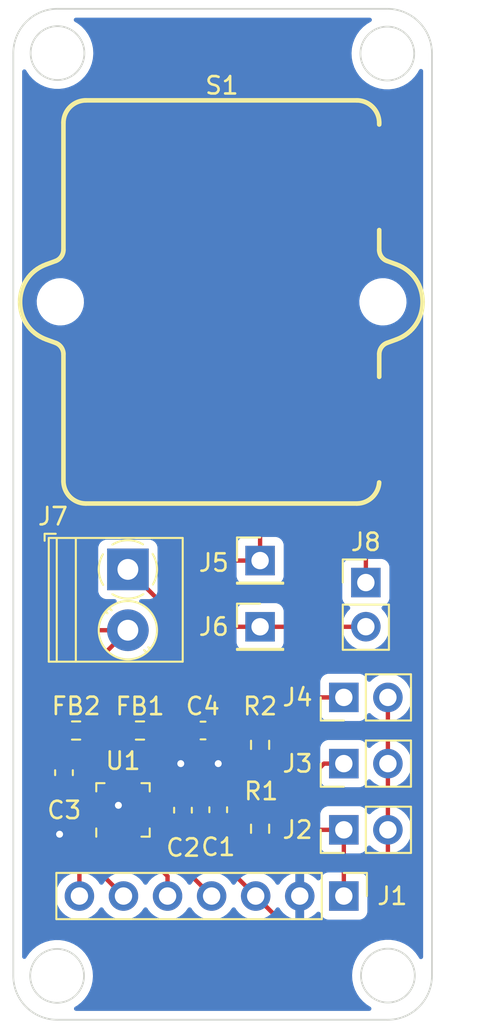
<source format=kicad_pcb>
(kicad_pcb (version 20221018) (generator pcbnew)
  (layers (0 "F.Cu" signal) (31 "B.Cu" signal) (34 "B.Paste" user) (35 "F.Paste" user) (36 "B.SilkS" user "B.Silkscreen") (37 "F.SilkS" user "F.Silkscreen") (38 "B.Mask" user) (39 "F.Mask" user) (44 "Edge.Cuts" user))
  (net 0 "")
  (net 1 "+3.3V")
  (net 2 "GND")
  (net 3 "Net-(C3-Pad1)")
  (net 4 "Net-(C4-Pad1)")
  (net 5 "Net-(FB1-Pad1)")
  (net 6 "Net-(FB2-Pad1)")
  (net 7 "/SD_MODE")
  (net 8 "/GAIN")
  (net 9 "/DIN")
  (net 10 "/BCLK")
  (net 11 "/LRCLK")
  (net 12 "Net-(J3-Pad1)")
  (net 13 "Net-(J4-Pad1)")
  (net 14 "Net-(J8-Pad1)")
  (footprint "Connector_PinHeader_2.54mm:PinHeader_1x07_P2.54mm_Vertical" (layer "F.Cu") (at 146.304 119.126 -90)
    (fp_text reference "J1" (at 0 -2.794 180) (layer "F.SilkS"))
    (fp_text value "Conn_01x07_Male")
    (pad "1" thru_hole rect (at 0 0 270) (size 1.7 1.7) (drill 1) (layers "*.Cu" "*.Mask") (net 1 "+3.3V"))
    (pad "2" thru_hole oval (at 0 2.54 270) (size 1.7 1.7) (drill 1) (layers "*.Cu" "*.Mask") (net 2 "GND"))
    (pad "3" thru_hole oval (at 0 5.08 270) (size 1.7 1.7) (drill 1) (layers "*.Cu" "*.Mask") (net 7 "/SD_MODE"))
    (pad "4" thru_hole oval (at 0 7.62 270) (size 1.7 1.7) (drill 1) (layers "*.Cu" "*.Mask") (net 8 "/GAIN"))
    (pad "5" thru_hole oval (at 0 10.16 270) (size 1.7 1.7) (drill 1) (layers "*.Cu" "*.Mask") (net 9 "/DIN"))
    (pad "6" thru_hole oval (at 0 12.7 270) (size 1.7 1.7) (drill 1) (layers "*.Cu" "*.Mask") (net 10 "/BCLK"))
    (pad "7" thru_hole oval (at 0 15.24 270) (size 1.7 1.7) (drill 1) (layers "*.Cu" "*.Mask") (net 11 "/LRCLK"))
  )
  (footprint "Capacitor_SMD:C_0603_1608Metric" (layer "F.Cu") (at 138.189 109.601)
    (fp_text reference "C4" (at -0.013 -1.397 180) (layer "F.SilkS"))
    (fp_text value "220pf")
    (pad "1" smd roundrect (at -0.775 0) (size 0.9 0.95) (layers "F.Cu" "F.Paste" "F.Mask") (net 4 "Net-(C4-Pad1)"))
    (pad "2" smd roundrect (at 0.775 0) (size 0.9 0.95) (layers "F.Cu" "F.Paste" "F.Mask") (net 2 "GND"))
  )
  (footprint "Connector_PinHeader_2.54mm:PinHeader_1x01_P2.54mm_Vertical" (layer "F.Cu") (at 141.478 103.632)
    (fp_text reference "J6" (at -2.667 0) (layer "F.SilkS"))
    (fp_text value "Conn_01x01_Male")
    (pad "1" thru_hole rect (at 0 0) (size 1.7 1.7) (drill 1) (layers "*.Cu" "*.Mask") (net 4 "Net-(C4-Pad1)"))
  )
  (footprint "Resistor_SMD:R_0603_1608Metric" (layer "F.Cu") (at 141.478 110.427 90)
    (fp_text reference "R2" (at 2.222 0 180) (layer "F.SilkS"))
    (fp_text value "680k")
    (pad "1" smd roundrect (at -0.825 0 90) (size 0.8 0.95) (layers "F.Cu" "F.Paste" "F.Mask") (net 1 "+3.3V"))
    (pad "2" smd roundrect (at 0.825 0 90) (size 0.8 0.95) (layers "F.Cu" "F.Paste" "F.Mask") (net 13 "Net-(J4-Pad1)"))
  )
  (footprint "Capacitor_SMD:C_0603_1608Metric" (layer "F.Cu") (at 139.065 114.16 90)
    (fp_text reference "C1" (at -2.146 0) (layer "F.SilkS"))
    (fp_text value "10uF")
    (pad "1" smd roundrect (at -0.775 0 90) (size 0.9 0.95) (layers "F.Cu" "F.Paste" "F.Mask") (net 1 "+3.3V"))
    (pad "2" smd roundrect (at 0.775 0 90) (size 0.9 0.95) (layers "F.Cu" "F.Paste" "F.Mask") (net 2 "GND"))
  )
  (footprint "Connector_PinHeader_2.54mm:PinHeader_1x02_P2.54mm_Vertical" (layer "F.Cu") (at 146.304 111.506 90)
    (fp_text reference "J3" (at 0 -2.667 180) (layer "F.SilkS"))
    (fp_text value "Conn_01x02_Male")
    (pad "1" thru_hole rect (at 0 0 90) (size 1.7 1.7) (drill 1) (layers "*.Cu" "*.Mask") (net 12 "Net-(J3-Pad1)"))
    (pad "2" thru_hole oval (at 0 2.54 90) (size 1.7 1.7) (drill 1) (layers "*.Cu" "*.Mask") (net 7 "/SD_MODE"))
  )
  (footprint "TerminalBlock_Phoenix:TerminalBlock_Phoenix_PT-1,5-2-3.5-H_1x02_P3.50mm_Horizontal" (layer "F.Cu") (at 133.858 100.33 -90)
    (fp_text reference "J7" (at -3.048 4.318 180) (layer "F.SilkS"))
    (fp_text value "Screw_Terminal_01x02")
    (pad "1" thru_hole rect (at 0 0 270) (size 2.4 2.4) (drill 1.2) (layers "*.Cu" "*.Mask") (net 4 "Net-(C4-Pad1)"))
    (pad "2" thru_hole circle (at 3.5 0 270) (size 2.4 2.4) (drill 1.2) (layers "*.Cu" "*.Mask") (net 3 "Net-(C3-Pad1)"))
  )
  (footprint "Resistor_SMD:R_0603_1608Metric" (layer "F.Cu") (at 141.478 115.253 90)
    (fp_text reference "R1" (at 2.159 0.063 180) (layer "F.SilkS"))
    (fp_text value "200k")
    (pad "1" smd roundrect (at -0.825 0 90) (size 0.8 0.95) (layers "F.Cu" "F.Paste" "F.Mask") (net 1 "+3.3V"))
    (pad "2" smd roundrect (at 0.825 0 90) (size 0.8 0.95) (layers "F.Cu" "F.Paste" "F.Mask") (net 12 "Net-(J3-Pad1)"))
  )
  (footprint "project:AS01808AO-mount" (layer "F.Cu") (at 139.274 84.932)
    (fp_text reference "S1" (at 0 -12.446 unlocked) (layer "F.SilkS"))
    (fp_text value "AS01808AO-mount")
    (pad "" np_thru_hole circle (at -9.3098 -0.000008) (size 1.7 1.7) (drill 1.7) (layers "F&B.Cu" "*.Mask"))
    (pad "" np_thru_hole circle (at 9.283 -0.000008) (size 1.7 1.7) (drill 1.7) (layers "F&B.Cu" "*.Mask"))
    (pad "1" smd roundrect (at 7.4 -8.3) (size 5 1.6) (layers "F.Cu" "F.Paste" "F.Mask") (net 14 "Net-(J8-Pad1)"))
    (pad "2" smd roundrect (at 7.4 8.3) (size 5 1.6) (layers "F.Cu" "F.Paste" "F.Mask") (roundrect_rratio 0.2) (net 3 "Net-(C3-Pad1)"))
  )
  (footprint "project:MAX98357-TQFN16-T1633+4" (layer "F.Cu") (at 133.576 114.17)
    (fp_text reference "U1" (at 0 -2.82) (layer "F.SilkS"))
    (fp_text value "MAX98357")
    (pad "1" smd roundrect (at -0.765 1.425 90) (size 0.8 0.3) (layers "F.Cu" "F.Paste" "F.Mask") (net 9 "/DIN"))
    (pad "2" smd roundrect (at -0.265 1.425 90) (size 0.8 0.3) (layers "F.Cu" "F.Paste" "F.Mask") (net 8 "/GAIN"))
    (pad "3" smd roundrect (at 0.235 1.425 90) (size 0.8 0.3) (layers "F.Cu" "F.Paste" "F.Mask") (net 2 "GND"))
    (pad "4" smd roundrect (at 0.765 1.425 90) (size 0.8 0.3) (layers "F.Cu" "F.Paste" "F.Mask") (net 7 "/SD_MODE"))
    (pad "5" smd roundrect (at 1.425 0.765 90) (size 0.3 0.8) (layers "F.Cu" "F.Paste" "F.Mask"))
    (pad "6" smd roundrect (at 1.425 0.265 90) (size 0.3 0.8) (layers "F.Cu" "F.Paste" "F.Mask"))
    (pad "7" smd roundrect (at 1.425 -0.235 90) (size 0.3 0.8) (layers "F.Cu" "F.Paste" "F.Mask") (net 1 "+3.3V"))
    (pad "8" smd roundrect (at 1.425 -0.765 90) (size 0.3 0.8) (layers "F.Cu" "F.Paste" "F.Mask") (net 1 "+3.3V"))
    (pad "9" smd roundrect (at 0.765 -1.425 90) (size 0.8 0.3) (layers "F.Cu" "F.Paste" "F.Mask") (net 5 "Net-(FB1-Pad1)"))
    (pad "10" smd roundrect (at 0.235 -1.425 90) (size 0.8 0.3) (layers "F.Cu" "F.Paste" "F.Mask") (net 6 "Net-(FB2-Pad1)"))
    (pad "11" smd roundrect (at -0.265 -1.425 90) (size 0.8 0.3) (layers "F.Cu" "F.Paste" "F.Mask") (net 2 "GND"))
    (pad "12" smd roundrect (at -0.765 -1.425 90) (size 0.8 0.3) (layers "F.Cu" "F.Paste" "F.Mask"))
    (pad "13" smd roundrect (at -1.425 -0.765 90) (size 0.3 0.8) (layers "F.Cu" "F.Paste" "F.Mask"))
    (pad "14" smd roundrect (at -1.425 -0.235 90) (size 0.3 0.8) (layers "F.Cu" "F.Paste" "F.Mask") (net 11 "/LRCLK"))
    (pad "15" smd roundrect (at -1.425 0.265 90) (size 0.3 0.8) (layers "F.Cu" "F.Paste" "F.Mask") (net 2 "GND"))
    (pad "16" smd roundrect (at -1.425 0.765 90) (size 0.3 0.8) (layers "F.Cu" "F.Paste" "F.Mask") (net 10 "/BCLK"))
    (pad "17" smd rect (at 0 0 90) (size 1.23 1.23) (layers "F.Cu" "F.Mask") (net 2 "GND"))
  )
  (footprint "Connector_PinHeader_2.54mm:PinHeader_1x01_P2.54mm_Vertical" (layer "F.Cu") (at 141.478 99.822)
    (fp_text reference "J5" (at -2.667 0.127) (layer "F.SilkS"))
    (fp_text value "Conn_01x01_Male")
    (pad "1" thru_hole rect (at 0 0) (size 1.7 1.7) (drill 1) (layers "*.Cu" "*.Mask") (net 3 "Net-(C3-Pad1)"))
  )
  (footprint "Capacitor_SMD:C_0603_1608Metric" (layer "F.Cu") (at 137.033 114.186 90)
    (fp_text reference "C2" (at -2.159 0.013) (layer "F.SilkS"))
    (fp_text value "0.1uF")
    (pad "1" smd roundrect (at -0.775 0 90) (size 0.9 0.95) (layers "F.Cu" "F.Paste" "F.Mask") (net 1 "+3.3V"))
    (pad "2" smd roundrect (at 0.775 0 90) (size 0.9 0.95) (layers "F.Cu" "F.Paste" "F.Mask") (net 2 "GND"))
  )
  (footprint "Resistor_SMD:R_0603_1608Metric" (layer "F.Cu") (at 130.874 109.601 180)
    (fp_text reference "FB2" (at 0 1.406824) (layer "F.SilkS"))
    (fp_text value "FerriteBead")
    (pad "1" smd roundrect (at -0.825 0 180) (size 0.8 0.95) (layers "F.Cu" "F.Paste" "F.Mask") (net 6 "Net-(FB2-Pad1)"))
    (pad "2" smd roundrect (at 0.825 0 180) (size 0.8 0.95) (layers "F.Cu" "F.Paste" "F.Mask") (net 3 "Net-(C3-Pad1)"))
  )
  (footprint "Connector_PinHeader_2.54mm:PinHeader_1x02_P2.54mm_Vertical" (layer "F.Cu") (at 146.304 115.316 90)
    (fp_text reference "J2" (at 0 -2.667) (layer "F.SilkS"))
    (fp_text value "Conn_01x02_Male")
    (pad "1" thru_hole rect (at 0 0 90) (size 1.7 1.7) (drill 1) (layers "*.Cu" "*.Mask") (net 1 "+3.3V"))
    (pad "2" thru_hole oval (at 0 2.54 90) (size 1.7 1.7) (drill 1) (layers "*.Cu" "*.Mask") (net 7 "/SD_MODE"))
  )
  (footprint "Capacitor_SMD:C_0603_1608Metric" (layer "F.Cu") (at 130.175 112.027 -90)
    (fp_text reference "C3" (at 2.159 -0.013 180) (layer "F.SilkS"))
    (fp_text value "220pF")
    (pad "1" smd roundrect (at -0.775 0 270) (size 0.9 0.95) (layers "F.Cu" "F.Paste" "F.Mask") (net 3 "Net-(C3-Pad1)"))
    (pad "2" smd roundrect (at 0.775 0 270) (size 0.9 0.95) (layers "F.Cu" "F.Paste" "F.Mask") (net 2 "GND"))
  )
  (footprint "Resistor_SMD:R_0603_1608Metric" (layer "F.Cu") (at 134.556 109.601)
    (fp_text reference "FB1" (at 0 -1.397 180) (layer "F.SilkS"))
    (fp_text value "FerriteBead")
    (pad "1" smd roundrect (at -0.825 0) (size 0.8 0.95) (layers "F.Cu" "F.Paste" "F.Mask") (net 5 "Net-(FB1-Pad1)"))
    (pad "2" smd roundrect (at 0.825 0) (size 0.8 0.95) (layers "F.Cu" "F.Paste" "F.Mask") (net 4 "Net-(C4-Pad1)"))
  )
  (footprint "Connector_PinHeader_2.54mm:PinHeader_1x02_P2.54mm_Vertical" (layer "F.Cu") (at 147.574 101.087)
    (fp_text reference "J8" (at 0 -2.33) (layer "F.SilkS"))
    (fp_text value "Conn_01x02_Male")
    (pad "1" thru_hole rect (at 0 0) (size 1.7 1.7) (drill 1) (layers "*.Cu" "*.Mask") (net 14 "Net-(J8-Pad1)"))
    (pad "2" thru_hole oval (at 0 2.54) (size 1.7 1.7) (drill 1) (layers "*.Cu" "*.Mask") (net 4 "Net-(C4-Pad1)"))
  )
  (footprint "Connector_PinHeader_2.54mm:PinHeader_1x02_P2.54mm_Vertical" (layer "F.Cu") (at 146.304 107.696 90)
    (fp_text reference "J4" (at 0 -2.667 180) (layer "F.SilkS"))
    (fp_text value "Conn_01x02_Male")
    (pad "1" thru_hole rect (at 0 0 90) (size 1.7 1.7) (drill 1) (layers "*.Cu" "*.Mask") (net 13 "Net-(J4-Pad1)"))
    (pad "2" thru_hole oval (at 0 2.54 90) (size 1.7 1.7) (drill 1) (layers "*.Cu" "*.Mask") (net 7 "/SD_MODE"))
  )
  (gr_arc (start 127.254272 70.618817) (mid 127.997706 68.820439) (end 129.794 68.072) (stroke (width 0.1)) (layer "Edge.Cuts"))
  (gr_line (start 127.254272 70.618817) (end 127.254 123.704592) (stroke (width 0.1)) (layer "Edge.Cuts"))
  (gr_arc (start 129.794 126.244592) (mid 127.993497 125.505097) (end 127.254 123.704592) (stroke (width 0.1)) (layer "Edge.Cuts"))
  (gr_line (start 148.81804 68.072) (end 129.794 68.072) (stroke (width 0.1)) (layer "Edge.Cuts"))
  (gr_line (start 151.384272 70.618817) (end 151.384 123.704592) (stroke (width 0.1)) (layer "Edge.Cuts"))
  (gr_line (start 129.794 126.244592) (end 148.844 126.244592) (stroke (width 0.1)) (layer "Edge.Cuts"))
  (gr_circle (center 129.7789 123.719692) (end 131.0489 124.608692) (stroke (width 0.1)) (fill none) (layer "Edge.Cuts"))
  (gr_circle (center 148.844 123.704592) (end 150.114 124.593592) (stroke (width 0.1)) (fill none) (layer "Edge.Cuts"))
  (gr_arc (start 151.384 123.704592) (mid 150.640054 125.500648) (end 148.844 126.244592) (stroke (width 0.1)) (layer "Edge.Cuts"))
  (gr_circle (center 148.811116 70.645281) (end 150.081116 71.534281) (stroke (width 0.1)) (fill none) (layer "Edge.Cuts"))
  (gr_arc (start 148.81804 68.072) (mid 150.623782 68.818799) (end 151.384272 70.618817) (stroke (width 0.1)) (layer "Edge.Cuts"))
  (gr_circle (center 129.801098 70.618817) (end 131.071098 71.507817) (stroke (width 0.1)) (fill none) (layer "Edge.Cuts"))
  (segment (start 135.001 113.405) (end 135.001 113.935) (width 0.25) (layer "F.Cu") (net 1))
  (segment (start 140.208 116.078) (end 141.478 116.078) (width 0.25) (layer "F.Cu") (net 1))
  (segment (start 146.304 115.316) (end 146.304 119.126) (width 0.25) (layer "F.Cu") (net 1))
  (segment (start 143.383 116.078) (end 144.145 115.316) (width 0.25) (layer "F.Cu") (net 1))
  (segment (start 139.065 114.935) (end 140.208 116.078) (width 0.25) (layer "F.Cu") (net 1))
  (segment (start 141.478 116.078) (end 143.383 116.078) (width 0.25) (layer "F.Cu") (net 1))
  (segment (start 137.033 114.961) (end 139.039 114.961) (width 0.25) (layer "F.Cu") (net 1))
  (segment (start 136.551 114.961) (end 137.033 114.961) (width 0.25) (layer "F.Cu") (net 1))
  (segment (start 135.525 113.935) (end 136.551 114.961) (width 0.25) (layer "F.Cu") (net 1))
  (segment (start 144.145 115.316) (end 146.304 115.316) (width 0.25) (layer "F.Cu") (net 1))
  (segment (start 140.208 112.522) (end 140.208 114.808) (width 0.25) (layer "F.Cu") (net 1))
  (segment (start 135.001 113.935) (end 135.525 113.935) (width 0.25) (layer "F.Cu") (net 1))
  (segment (start 140.208 114.808) (end 141.478 116.078) (width 0.25) (layer "F.Cu") (net 1))
  (segment (start 141.478 111.252) (end 140.208 112.522) (width 0.25) (layer "F.Cu") (net 1))
  (segment (start 130.911 112.802) (end 130.175 112.802) (width 0.25) (layer "F.Cu") (net 2))
  (segment (start 131.445 111.633) (end 131.191 111.887) (width 0.25) (layer "F.Cu") (net 2))
  (segment (start 133.311 112.745) (end 133.311 112.229) (width 0.25) (layer "F.Cu") (net 2))
  (segment (start 133.311 112.745) (end 133.311 113.905) (width 0.25) (layer "F.Cu") (net 2))
  (segment (start 133.811 115.595) (end 133.811 114.405) (width 0.25) (layer "F.Cu") (net 2))
  (segment (start 133.311 112.229) (end 132.715 111.633) (width 0.25) (layer "F.Cu") (net 2))
  (segment (start 131.191 111.887) (end 131.191 112.522) (width 0.25) (layer "F.Cu") (net 2))
  (segment (start 132.715 111.633) (end 131.445 111.633) (width 0.25) (layer "F.Cu") (net 2))
  (segment (start 132.151 114.435) (end 133.311 114.435) (width 0.25) (layer "F.Cu") (net 2))
  (segment (start 131.191 112.522) (end 130.911 112.802) (width 0.25) (layer "F.Cu") (net 2))
  (via (at 129.921 115.57) (size 0.8) (drill 0.4) (layers "F.Cu" "B.Cu") (net 2))
  (via (at 133.311 113.905) (size 0.8) (drill 0.4) (layers "F.Cu" "B.Cu") (net 2))
  (via (at 139.065 111.506) (size 0.8) (drill 0.4) (layers "F.Cu" "B.Cu") (net 2))
  (via (at 136.906 111.506) (size 0.8) (drill 0.4) (layers "F.Cu" "B.Cu") (net 2))
  (segment (start 130.049 107.639) (end 133.858 103.83) (width 0.25) (layer "F.Cu") (net 3))
  (segment (start 137.922 97.79) (end 132.588 97.79) (width 0.25) (layer "F.Cu") (net 3))
  (segment (start 132.024 103.83) (end 133.858 103.83) (width 0.25) (layer "F.Cu") (net 3))
  (segment (start 132.588 97.79) (end 130.556 99.822) (width 0.25) (layer "F.Cu") (net 3))
  (segment (start 141.478 99.822) (end 139.954 99.822) (width 0.25) (layer "F.Cu") (net 3))
  (segment (start 130.049 109.601) (end 130.049 107.639) (width 0.25) (layer "F.Cu") (net 3))
  (segment (start 143.51 93.218) (end 146.66 93.218) (width 0.25) (layer "F.Cu") (net 3))
  (segment (start 139.954 99.822) (end 137.922 97.79) (width 0.25) (layer "F.Cu") (net 3))
  (segment (start 130.556 102.362) (end 132.024 103.83) (width 0.25) (layer "F.Cu") (net 3))
  (segment (start 141.478 99.822) (end 141.478 95.25) (width 0.25) (layer "F.Cu") (net 3))
  (segment (start 130.049 109.601) (end 130.049 111.126) (width 0.25) (layer "F.Cu") (net 3))
  (segment (start 130.556 99.822) (end 130.556 102.362) (width 0.25) (layer "F.Cu") (net 3))
  (segment (start 141.478 95.25) (end 143.51 93.218) (width 0.25) (layer "F.Cu") (net 3))
  (segment (start 137.414 105.156) (end 138.938 103.632) (width 0.25) (layer "F.Cu") (net 4))
  (segment (start 137.414 103.886) (end 137.414 109.601) (width 0.25) (layer "F.Cu") (net 4))
  (segment (start 135.381 109.601) (end 137.414 109.601) (width 0.25) (layer "F.Cu") (net 4))
  (segment (start 133.858 100.33) (end 137.414 103.886) (width 0.25) (layer "F.Cu") (net 4))
  (segment (start 141.478 103.632) (end 147.569 103.632) (width 0.25) (layer "F.Cu") (net 4))
  (segment (start 138.938 103.632) (end 141.478 103.632) (width 0.25) (layer "F.Cu") (net 4))
  (segment (start 137.414 109.601) (end 137.414 105.156) (width 0.25) (layer "F.Cu") (net 4))
  (segment (start 134.341 111.608) (end 134.341 112.745) (width 0.25) (layer "F.Cu") (net 5))
  (segment (start 133.731 110.998) (end 134.341 111.608) (width 0.25) (layer "F.Cu") (net 5))
  (segment (start 133.731 109.601) (end 133.731 110.998) (width 0.25) (layer "F.Cu") (net 5))
  (segment (start 131.953 110.998) (end 131.699 110.744) (width 0.25) (layer "F.Cu") (net 6))
  (segment (start 133.811 111.967) (end 132.842 110.998) (width 0.25) (layer "F.Cu") (net 6))
  (segment (start 131.699 110.744) (end 131.699 109.601) (width 0.25) (layer "F.Cu") (net 6))
  (segment (start 132.842 110.998) (end 131.953 110.998) (width 0.25) (layer "F.Cu") (net 6))
  (segment (start 133.811 112.745) (end 133.811 111.967) (width 0.25) (layer "F.Cu") (net 6))
  (segment (start 148.844 119.507) (end 148.844 115.316) (width 0.25) (layer "F.Cu") (net 7))
  (segment (start 138.673 116.575) (end 141.224 119.126) (width 0.25) (layer "F.Cu") (net 7))
  (segment (start 141.224 119.126) (end 142.748 120.65) (width 0.25) (layer "F.Cu") (net 7))
  (segment (start 148.844 115.316) (end 148.844 111.506) (width 0.25) (layer "F.Cu") (net 7))
  (segment (start 134.341 115.595) (end 134.341 116.053) (width 0.25) (layer "F.Cu") (net 7))
  (segment (start 134.863 116.575) (end 138.673 116.575) (width 0.25) (layer "F.Cu") (net 7))
  (segment (start 134.341 116.053) (end 134.863 116.575) (width 0.25) (layer "F.Cu") (net 7))
  (segment (start 147.701 120.65) (end 148.844 119.507) (width 0.25) (layer "F.Cu") (net 7))
  (segment (start 148.844 111.506) (end 148.844 107.696) (width 0.25) (layer "F.Cu") (net 7))
  (segment (start 142.748 120.65) (end 147.701 120.65) (width 0.25) (layer "F.Cu") (net 7))
  (segment (start 133.311 116.351) (end 133.985 117.025) (width 0.25) (layer "F.Cu") (net 8))
  (segment (start 133.985 117.025) (end 136.583 117.025) (width 0.25) (layer "F.Cu") (net 8))
  (segment (start 133.311 115.595) (end 133.311 116.351) (width 0.25) (layer "F.Cu") (net 8))
  (segment (start 136.583 117.025) (end 138.684 119.126) (width 0.25) (layer "F.Cu") (net 8))
  (segment (start 136.144 117.983) (end 136.144 119.126) (width 0.25) (layer "F.Cu") (net 9))
  (segment (start 133.477 117.475) (end 135.636 117.475) (width 0.25) (layer "F.Cu") (net 9))
  (segment (start 132.811 116.809) (end 133.477 117.475) (width 0.25) (layer "F.Cu") (net 9))
  (segment (start 135.636 117.475) (end 136.144 117.983) (width 0.25) (layer "F.Cu") (net 9))
  (segment (start 132.811 115.595) (end 132.811 116.809) (width 0.25) (layer "F.Cu") (net 9))
  (segment (start 131.641 114.935) (end 132.151 114.935) (width 0.25) (layer "F.Cu") (net 10))
  (segment (start 131.514 115.062) (end 131.641 114.935) (width 0.25) (layer "F.Cu") (net 10))
  (segment (start 133.604 119.126) (end 131.514 117.036) (width 0.25) (layer "F.Cu") (net 10))
  (segment (start 131.514 117.036) (end 131.514 115.062) (width 0.25) (layer "F.Cu") (net 10))
  (segment (start 131.064 119.126) (end 131.064 114.556315) (width 0.25) (layer "F.Cu") (net 11))
  (segment (start 131.064 114.556315) (end 131.685315 113.935) (width 0.25) (layer "F.Cu") (net 11))
  (segment (start 131.685315 113.935) (end 132.151 113.935) (width 0.25) (layer "F.Cu") (net 11))
  (segment (start 141.478 114.428) (end 142.239 114.428) (width 0.25) (layer "F.Cu") (net 12))
  (segment (start 142.239 114.428) (end 145.161 111.506) (width 0.25) (layer "F.Cu") (net 12))
  (segment (start 145.161 111.506) (end 146.304 111.506) (width 0.25) (layer "F.Cu") (net 12))
  (segment (start 144.78 107.696) (end 146.304 107.696) (width 0.25) (layer "F.Cu") (net 13))
  (segment (start 141.478 109.602) (end 142.874 109.602) (width 0.25) (layer "F.Cu") (net 13))
  (segment (start 142.874 109.602) (end 144.78 107.696) (width 0.25) (layer "F.Cu") (net 13))
  (segment (start 147.574 101.087) (end 147.574 99.06) (width 0.25) (layer "F.Cu") (net 14))
  (segment (start 142.494 80.112) (end 145.974 76.632) (width 0.25) (layer "F.Cu") (net 14))
  (segment (start 150.368 90.17) (end 148.336 88.138) (width 0.25) (layer "F.Cu") (net 14))
  (segment (start 145.034 88.138) (end 142.494 85.598) (width 0.25) (layer "F.Cu") (net 14))
  (segment (start 142.494 85.598) (end 142.494 80.112) (width 0.25) (layer "F.Cu") (net 14))
  (segment (start 150.368 96.266) (end 150.368 90.17) (width 0.25) (layer "F.Cu") (net 14))
  (segment (start 147.574 99.06) (end 150.368 96.266) (width 0.25) (layer "F.Cu") (net 14))
  (segment (start 148.336 88.138) (end 145.034 88.138) (width 0.25) (layer "F.Cu") (net 14))
  (zone (net 2) (net_name "GND") (layer "F.Cu") (connect_pads (clearance 0.508)) (min_thickness 0.254) (fill yes (thermal_gap 0.508) (thermal_bridge_width 0.508))
    (polygon (pts (xy 140.462 116.84) (xy 136.144 116.84) (xy 136.144 106.426) (xy 140.462 106.426)))
  )
  (zone (net 2) (net_name "GND") (layer "F.Cu") (connect_pads (clearance 0.508)) (min_thickness 0.254) (fill yes (thermal_gap 0.508) (thermal_bridge_width 0.508))
    (polygon (pts (xy 131.318 116.84) (xy 128.016 116.84) (xy 128.016 111.506) (xy 131.318 111.506)))
  )
  (zone (net 2) (net_name "GND") (layer "B.Cu") (connect_pads (clearance 0.508)) (min_thickness 0.254) (fill yes (thermal_gap 0.508) (thermal_bridge_width 0.508))
    (polygon (pts (xy 151.892 126.492) (xy 126.746 126.492) (xy 126.746 67.564) (xy 151.892 67.564)))
  )
)
</source>
